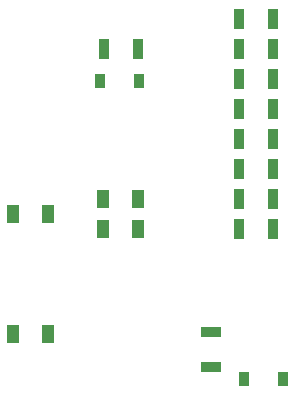
<source format=gbr>
G04 #@! TF.FileFunction,Paste,Bot*
%FSLAX46Y46*%
G04 Gerber Fmt 4.6, Leading zero omitted, Abs format (unit mm)*
G04 Created by KiCad (PCBNEW 4.0.7) date 12/15/18 16:00:28*
%MOMM*%
%LPD*%
G01*
G04 APERTURE LIST*
%ADD10C,0.100000*%
%ADD11R,0.900000X1.200000*%
%ADD12R,1.000000X1.600000*%
%ADD13R,0.900000X1.700000*%
%ADD14R,1.700000X0.900000*%
G04 APERTURE END LIST*
D10*
D11*
X159765000Y-104140000D03*
X156465000Y-104140000D03*
X144273000Y-78867000D03*
X147573000Y-78867000D03*
D12*
X147550000Y-91440000D03*
X144550000Y-91440000D03*
X136930000Y-100330000D03*
X139930000Y-100330000D03*
X144550000Y-88900000D03*
X147550000Y-88900000D03*
X136930000Y-90170000D03*
X139930000Y-90170000D03*
D13*
X147500000Y-76200000D03*
X144600000Y-76200000D03*
D14*
X153670000Y-103050000D03*
X153670000Y-100150000D03*
D13*
X158930000Y-73660000D03*
X156030000Y-73660000D03*
X158930000Y-76200000D03*
X156030000Y-76200000D03*
X158930000Y-78740000D03*
X156030000Y-78740000D03*
X158930000Y-81280000D03*
X156030000Y-81280000D03*
X158930000Y-83820000D03*
X156030000Y-83820000D03*
X158930000Y-86360000D03*
X156030000Y-86360000D03*
X158930000Y-88900000D03*
X156030000Y-88900000D03*
X158930000Y-91440000D03*
X156030000Y-91440000D03*
M02*

</source>
